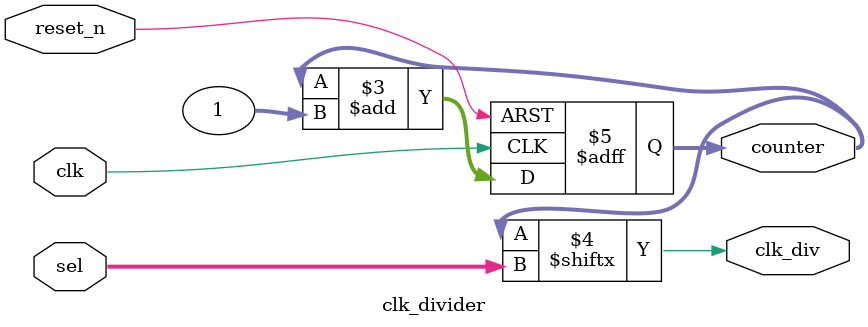
<source format=v>
`timescale 1ns / 1ps

// 
// Dependencies: 
// 
// Revision:
// Revision 0.01 - File Created
// Additional Comments:
// 
//////////////////////////////////////////////////////////////////////////////////


module clk_divider( 
    input wire clk,
    input wire [4:0] sel,
    input wire reset_n,
    
    output wire clk_div,
    output reg [31:0] counter
);

    // Count up on every clock edge, reset on active-low reset
    always @(posedge clk or negedge reset_n) begin
        if (!reset_n)
            counter <= 32'b0;
        else
            counter <= counter + 1;
    end

    assign clk_div = counter[sel];

endmodule

</source>
